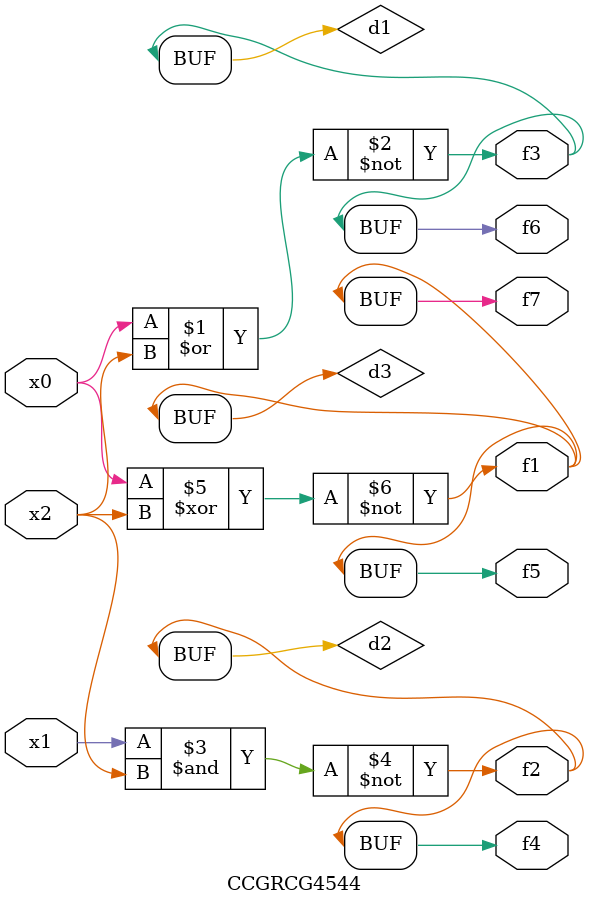
<source format=v>
module CCGRCG4544(
	input x0, x1, x2,
	output f1, f2, f3, f4, f5, f6, f7
);

	wire d1, d2, d3;

	nor (d1, x0, x2);
	nand (d2, x1, x2);
	xnor (d3, x0, x2);
	assign f1 = d3;
	assign f2 = d2;
	assign f3 = d1;
	assign f4 = d2;
	assign f5 = d3;
	assign f6 = d1;
	assign f7 = d3;
endmodule

</source>
